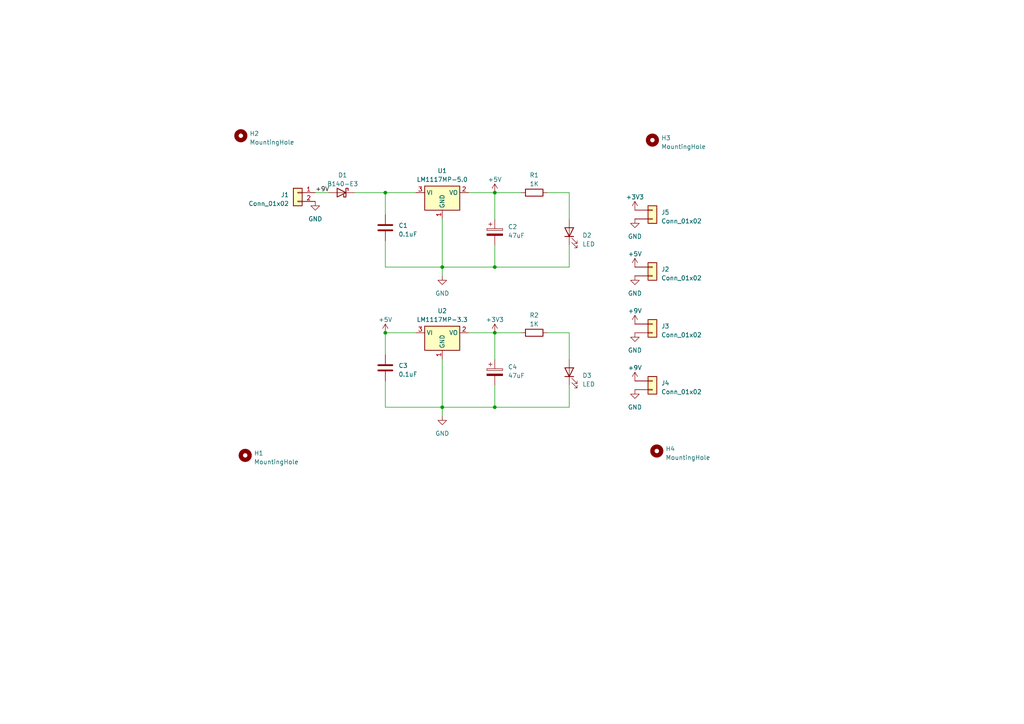
<source format=kicad_sch>
(kicad_sch (version 20230121) (generator eeschema)

  (uuid 11699586-9ef2-4ccd-bbdb-81ca67adefbf)

  (paper "A4")

  (lib_symbols
    (symbol "Conn_01x02_1" (pin_numbers hide) (pin_names (offset 1.016) hide) (in_bom yes) (on_board yes)
      (property "Reference" "J" (at 0 2.54 0)
        (effects (font (size 1.27 1.27)))
      )
      (property "Value" "Conn_01x02" (at 0 -5.08 0)
        (effects (font (size 1.27 1.27)))
      )
      (property "Footprint" "" (at 0 0 0)
        (effects (font (size 1.27 1.27)) hide)
      )
      (property "Datasheet" "~" (at 0 0 0)
        (effects (font (size 1.27 1.27)) hide)
      )
      (property "ki_keywords" "connector" (at 0 0 0)
        (effects (font (size 1.27 1.27)) hide)
      )
      (property "ki_description" "Generic connector, single row, 01x02, script generated (kicad-library-utils/schlib/autogen/connector/)" (at 0 0 0)
        (effects (font (size 1.27 1.27)) hide)
      )
      (property "ki_fp_filters" "Connector*:*_1x??_*" (at 0 0 0)
        (effects (font (size 1.27 1.27)) hide)
      )
      (symbol "Conn_01x02_1_1_1"
        (rectangle (start -1.27 -2.413) (end 0 -2.667)
          (stroke (width 0.1524) (type default))
          (fill (type none))
        )
        (rectangle (start -1.27 0.127) (end 0 -0.127)
          (stroke (width 0.1524) (type default))
          (fill (type none))
        )
        (rectangle (start -1.27 1.27) (end 1.27 -3.81)
          (stroke (width 0.254) (type default))
          (fill (type background))
        )
        (pin passive line (at -5.08 0 0) (length 3.81)
          (name "Pin_1" (effects (font (size 1.27 1.27))))
          (number "1" (effects (font (size 1.27 1.27))))
        )
        (pin passive line (at -5.08 -2.54 0) (length 3.81)
          (name "Pin_2" (effects (font (size 1.27 1.27))))
          (number "2" (effects (font (size 1.27 1.27))))
        )
      )
    )
    (symbol "Conn_01x02_2" (pin_numbers hide) (pin_names (offset 1.016) hide) (in_bom yes) (on_board yes)
      (property "Reference" "J" (at 0 2.54 0)
        (effects (font (size 1.27 1.27)))
      )
      (property "Value" "Conn_01x02" (at 0 -5.08 0)
        (effects (font (size 1.27 1.27)))
      )
      (property "Footprint" "" (at 0 0 0)
        (effects (font (size 1.27 1.27)) hide)
      )
      (property "Datasheet" "~" (at 0 0 0)
        (effects (font (size 1.27 1.27)) hide)
      )
      (property "ki_keywords" "connector" (at 0 0 0)
        (effects (font (size 1.27 1.27)) hide)
      )
      (property "ki_description" "Generic connector, single row, 01x02, script generated (kicad-library-utils/schlib/autogen/connector/)" (at 0 0 0)
        (effects (font (size 1.27 1.27)) hide)
      )
      (property "ki_fp_filters" "Connector*:*_1x??_*" (at 0 0 0)
        (effects (font (size 1.27 1.27)) hide)
      )
      (symbol "Conn_01x02_2_1_1"
        (rectangle (start -1.27 -2.413) (end 0 -2.667)
          (stroke (width 0.1524) (type default))
          (fill (type none))
        )
        (rectangle (start -1.27 0.127) (end 0 -0.127)
          (stroke (width 0.1524) (type default))
          (fill (type none))
        )
        (rectangle (start -1.27 1.27) (end 1.27 -3.81)
          (stroke (width 0.254) (type default))
          (fill (type background))
        )
        (pin passive line (at -5.08 0 0) (length 3.81)
          (name "Pin_1" (effects (font (size 1.27 1.27))))
          (number "1" (effects (font (size 1.27 1.27))))
        )
        (pin passive line (at -5.08 -2.54 0) (length 3.81)
          (name "Pin_2" (effects (font (size 1.27 1.27))))
          (number "2" (effects (font (size 1.27 1.27))))
        )
      )
    )
    (symbol "Connector_Generic:Conn_01x02" (pin_names (offset 1.016) hide) (in_bom yes) (on_board yes)
      (property "Reference" "J" (at 0 2.54 0)
        (effects (font (size 1.27 1.27)))
      )
      (property "Value" "Conn_01x02" (at 0 -5.08 0)
        (effects (font (size 1.27 1.27)))
      )
      (property "Footprint" "" (at 0 0 0)
        (effects (font (size 1.27 1.27)) hide)
      )
      (property "Datasheet" "~" (at 0 0 0)
        (effects (font (size 1.27 1.27)) hide)
      )
      (property "ki_keywords" "connector" (at 0 0 0)
        (effects (font (size 1.27 1.27)) hide)
      )
      (property "ki_description" "Generic connector, single row, 01x02, script generated (kicad-library-utils/schlib/autogen/connector/)" (at 0 0 0)
        (effects (font (size 1.27 1.27)) hide)
      )
      (property "ki_fp_filters" "Connector*:*_1x??_*" (at 0 0 0)
        (effects (font (size 1.27 1.27)) hide)
      )
      (symbol "Conn_01x02_1_1"
        (rectangle (start -1.27 -2.413) (end 0 -2.667)
          (stroke (width 0.1524) (type default))
          (fill (type none))
        )
        (rectangle (start -1.27 0.127) (end 0 -0.127)
          (stroke (width 0.1524) (type default))
          (fill (type none))
        )
        (rectangle (start -1.27 1.27) (end 1.27 -3.81)
          (stroke (width 0.254) (type default))
          (fill (type background))
        )
        (pin passive line (at -5.08 0 0) (length 3.81)
          (name "Pin_1" (effects (font (size 1.27 1.27))))
          (number "1" (effects (font (size 1.27 1.27))))
        )
        (pin passive line (at -5.08 -2.54 0) (length 3.81)
          (name "Pin_2" (effects (font (size 1.27 1.27))))
          (number "2" (effects (font (size 1.27 1.27))))
        )
      )
    )
    (symbol "Device:C" (pin_numbers hide) (pin_names (offset 0.254)) (in_bom yes) (on_board yes)
      (property "Reference" "C" (at 0.635 2.54 0)
        (effects (font (size 1.27 1.27)) (justify left))
      )
      (property "Value" "C" (at 0.635 -2.54 0)
        (effects (font (size 1.27 1.27)) (justify left))
      )
      (property "Footprint" "" (at 0.9652 -3.81 0)
        (effects (font (size 1.27 1.27)) hide)
      )
      (property "Datasheet" "~" (at 0 0 0)
        (effects (font (size 1.27 1.27)) hide)
      )
      (property "ki_keywords" "cap capacitor" (at 0 0 0)
        (effects (font (size 1.27 1.27)) hide)
      )
      (property "ki_description" "Unpolarized capacitor" (at 0 0 0)
        (effects (font (size 1.27 1.27)) hide)
      )
      (property "ki_fp_filters" "C_*" (at 0 0 0)
        (effects (font (size 1.27 1.27)) hide)
      )
      (symbol "C_0_1"
        (polyline
          (pts
            (xy -2.032 -0.762)
            (xy 2.032 -0.762)
          )
          (stroke (width 0.508) (type default))
          (fill (type none))
        )
        (polyline
          (pts
            (xy -2.032 0.762)
            (xy 2.032 0.762)
          )
          (stroke (width 0.508) (type default))
          (fill (type none))
        )
      )
      (symbol "C_1_1"
        (pin passive line (at 0 3.81 270) (length 2.794)
          (name "~" (effects (font (size 1.27 1.27))))
          (number "1" (effects (font (size 1.27 1.27))))
        )
        (pin passive line (at 0 -3.81 90) (length 2.794)
          (name "~" (effects (font (size 1.27 1.27))))
          (number "2" (effects (font (size 1.27 1.27))))
        )
      )
    )
    (symbol "Device:C_Polarized" (pin_numbers hide) (pin_names (offset 0.254)) (in_bom yes) (on_board yes)
      (property "Reference" "C" (at 0.635 2.54 0)
        (effects (font (size 1.27 1.27)) (justify left))
      )
      (property "Value" "C_Polarized" (at 0.635 -2.54 0)
        (effects (font (size 1.27 1.27)) (justify left))
      )
      (property "Footprint" "" (at 0.9652 -3.81 0)
        (effects (font (size 1.27 1.27)) hide)
      )
      (property "Datasheet" "~" (at 0 0 0)
        (effects (font (size 1.27 1.27)) hide)
      )
      (property "ki_keywords" "cap capacitor" (at 0 0 0)
        (effects (font (size 1.27 1.27)) hide)
      )
      (property "ki_description" "Polarized capacitor" (at 0 0 0)
        (effects (font (size 1.27 1.27)) hide)
      )
      (property "ki_fp_filters" "CP_*" (at 0 0 0)
        (effects (font (size 1.27 1.27)) hide)
      )
      (symbol "C_Polarized_0_1"
        (rectangle (start -2.286 0.508) (end 2.286 1.016)
          (stroke (width 0) (type default))
          (fill (type none))
        )
        (polyline
          (pts
            (xy -1.778 2.286)
            (xy -0.762 2.286)
          )
          (stroke (width 0) (type default))
          (fill (type none))
        )
        (polyline
          (pts
            (xy -1.27 2.794)
            (xy -1.27 1.778)
          )
          (stroke (width 0) (type default))
          (fill (type none))
        )
        (rectangle (start 2.286 -0.508) (end -2.286 -1.016)
          (stroke (width 0) (type default))
          (fill (type outline))
        )
      )
      (symbol "C_Polarized_1_1"
        (pin passive line (at 0 3.81 270) (length 2.794)
          (name "~" (effects (font (size 1.27 1.27))))
          (number "1" (effects (font (size 1.27 1.27))))
        )
        (pin passive line (at 0 -3.81 90) (length 2.794)
          (name "~" (effects (font (size 1.27 1.27))))
          (number "2" (effects (font (size 1.27 1.27))))
        )
      )
    )
    (symbol "Device:LED" (pin_numbers hide) (pin_names (offset 1.016) hide) (in_bom yes) (on_board yes)
      (property "Reference" "D" (at 0 2.54 0)
        (effects (font (size 1.27 1.27)))
      )
      (property "Value" "LED" (at 0 -2.54 0)
        (effects (font (size 1.27 1.27)))
      )
      (property "Footprint" "" (at 0 0 0)
        (effects (font (size 1.27 1.27)) hide)
      )
      (property "Datasheet" "~" (at 0 0 0)
        (effects (font (size 1.27 1.27)) hide)
      )
      (property "ki_keywords" "LED diode" (at 0 0 0)
        (effects (font (size 1.27 1.27)) hide)
      )
      (property "ki_description" "Light emitting diode" (at 0 0 0)
        (effects (font (size 1.27 1.27)) hide)
      )
      (property "ki_fp_filters" "LED* LED_SMD:* LED_THT:*" (at 0 0 0)
        (effects (font (size 1.27 1.27)) hide)
      )
      (symbol "LED_0_1"
        (polyline
          (pts
            (xy -1.27 -1.27)
            (xy -1.27 1.27)
          )
          (stroke (width 0.254) (type default))
          (fill (type none))
        )
        (polyline
          (pts
            (xy -1.27 0)
            (xy 1.27 0)
          )
          (stroke (width 0) (type default))
          (fill (type none))
        )
        (polyline
          (pts
            (xy 1.27 -1.27)
            (xy 1.27 1.27)
            (xy -1.27 0)
            (xy 1.27 -1.27)
          )
          (stroke (width 0.254) (type default))
          (fill (type none))
        )
        (polyline
          (pts
            (xy -3.048 -0.762)
            (xy -4.572 -2.286)
            (xy -3.81 -2.286)
            (xy -4.572 -2.286)
            (xy -4.572 -1.524)
          )
          (stroke (width 0) (type default))
          (fill (type none))
        )
        (polyline
          (pts
            (xy -1.778 -0.762)
            (xy -3.302 -2.286)
            (xy -2.54 -2.286)
            (xy -3.302 -2.286)
            (xy -3.302 -1.524)
          )
          (stroke (width 0) (type default))
          (fill (type none))
        )
      )
      (symbol "LED_1_1"
        (pin passive line (at -3.81 0 0) (length 2.54)
          (name "K" (effects (font (size 1.27 1.27))))
          (number "1" (effects (font (size 1.27 1.27))))
        )
        (pin passive line (at 3.81 0 180) (length 2.54)
          (name "A" (effects (font (size 1.27 1.27))))
          (number "2" (effects (font (size 1.27 1.27))))
        )
      )
    )
    (symbol "Device:R" (pin_numbers hide) (pin_names (offset 0)) (in_bom yes) (on_board yes)
      (property "Reference" "R" (at 2.032 0 90)
        (effects (font (size 1.27 1.27)))
      )
      (property "Value" "R" (at 0 0 90)
        (effects (font (size 1.27 1.27)))
      )
      (property "Footprint" "" (at -1.778 0 90)
        (effects (font (size 1.27 1.27)) hide)
      )
      (property "Datasheet" "~" (at 0 0 0)
        (effects (font (size 1.27 1.27)) hide)
      )
      (property "ki_keywords" "R res resistor" (at 0 0 0)
        (effects (font (size 1.27 1.27)) hide)
      )
      (property "ki_description" "Resistor" (at 0 0 0)
        (effects (font (size 1.27 1.27)) hide)
      )
      (property "ki_fp_filters" "R_*" (at 0 0 0)
        (effects (font (size 1.27 1.27)) hide)
      )
      (symbol "R_0_1"
        (rectangle (start -1.016 -2.54) (end 1.016 2.54)
          (stroke (width 0.254) (type default))
          (fill (type none))
        )
      )
      (symbol "R_1_1"
        (pin passive line (at 0 3.81 270) (length 1.27)
          (name "~" (effects (font (size 1.27 1.27))))
          (number "1" (effects (font (size 1.27 1.27))))
        )
        (pin passive line (at 0 -3.81 90) (length 1.27)
          (name "~" (effects (font (size 1.27 1.27))))
          (number "2" (effects (font (size 1.27 1.27))))
        )
      )
    )
    (symbol "Diode:B140-E3" (pin_numbers hide) (pin_names hide) (in_bom yes) (on_board yes)
      (property "Reference" "D" (at 0 2.54 0)
        (effects (font (size 1.27 1.27)))
      )
      (property "Value" "B140-E3" (at 0 -2.54 0)
        (effects (font (size 1.27 1.27)))
      )
      (property "Footprint" "Diode_SMD:D_SMA" (at 0 -4.445 0)
        (effects (font (size 1.27 1.27)) hide)
      )
      (property "Datasheet" "http://www.vishay.com/docs/88946/b120.pdf" (at 0 0 0)
        (effects (font (size 1.27 1.27)) hide)
      )
      (property "ki_keywords" "diode Schottky" (at 0 0 0)
        (effects (font (size 1.27 1.27)) hide)
      )
      (property "ki_description" "40V 1A Schottky Barrier Rectifier Diode, SMA(DO-214AC)" (at 0 0 0)
        (effects (font (size 1.27 1.27)) hide)
      )
      (property "ki_fp_filters" "D*SMA*" (at 0 0 0)
        (effects (font (size 1.27 1.27)) hide)
      )
      (symbol "B140-E3_0_1"
        (polyline
          (pts
            (xy 1.27 0)
            (xy -1.27 0)
          )
          (stroke (width 0) (type default))
          (fill (type none))
        )
        (polyline
          (pts
            (xy 1.27 1.27)
            (xy 1.27 -1.27)
            (xy -1.27 0)
            (xy 1.27 1.27)
          )
          (stroke (width 0.254) (type default))
          (fill (type none))
        )
        (polyline
          (pts
            (xy -1.905 0.635)
            (xy -1.905 1.27)
            (xy -1.27 1.27)
            (xy -1.27 -1.27)
            (xy -0.635 -1.27)
            (xy -0.635 -0.635)
          )
          (stroke (width 0.254) (type default))
          (fill (type none))
        )
      )
      (symbol "B140-E3_1_1"
        (pin passive line (at -3.81 0 0) (length 2.54)
          (name "K" (effects (font (size 1.27 1.27))))
          (number "1" (effects (font (size 1.27 1.27))))
        )
        (pin passive line (at 3.81 0 180) (length 2.54)
          (name "A" (effects (font (size 1.27 1.27))))
          (number "2" (effects (font (size 1.27 1.27))))
        )
      )
    )
    (symbol "Mechanical:MountingHole" (pin_names (offset 1.016)) (in_bom yes) (on_board yes)
      (property "Reference" "H" (at 0 5.08 0)
        (effects (font (size 1.27 1.27)))
      )
      (property "Value" "MountingHole" (at 0 3.175 0)
        (effects (font (size 1.27 1.27)))
      )
      (property "Footprint" "" (at 0 0 0)
        (effects (font (size 1.27 1.27)) hide)
      )
      (property "Datasheet" "~" (at 0 0 0)
        (effects (font (size 1.27 1.27)) hide)
      )
      (property "ki_keywords" "mounting hole" (at 0 0 0)
        (effects (font (size 1.27 1.27)) hide)
      )
      (property "ki_description" "Mounting Hole without connection" (at 0 0 0)
        (effects (font (size 1.27 1.27)) hide)
      )
      (property "ki_fp_filters" "MountingHole*" (at 0 0 0)
        (effects (font (size 1.27 1.27)) hide)
      )
      (symbol "MountingHole_0_1"
        (circle (center 0 0) (radius 1.27)
          (stroke (width 1.27) (type default))
          (fill (type none))
        )
      )
    )
    (symbol "Regulator_Linear:LM1117MP-3.3" (in_bom yes) (on_board yes)
      (property "Reference" "U" (at -3.81 3.175 0)
        (effects (font (size 1.27 1.27)))
      )
      (property "Value" "LM1117MP-3.3" (at 0 3.175 0)
        (effects (font (size 1.27 1.27)) (justify left))
      )
      (property "Footprint" "Package_TO_SOT_SMD:SOT-223-3_TabPin2" (at 0 0 0)
        (effects (font (size 1.27 1.27)) hide)
      )
      (property "Datasheet" "http://www.ti.com/lit/ds/symlink/lm1117.pdf" (at 0 0 0)
        (effects (font (size 1.27 1.27)) hide)
      )
      (property "ki_keywords" "linear regulator ldo fixed positive" (at 0 0 0)
        (effects (font (size 1.27 1.27)) hide)
      )
      (property "ki_description" "800mA Low-Dropout Linear Regulator, 3.3V fixed output, SOT-223" (at 0 0 0)
        (effects (font (size 1.27 1.27)) hide)
      )
      (property "ki_fp_filters" "SOT?223*" (at 0 0 0)
        (effects (font (size 1.27 1.27)) hide)
      )
      (symbol "LM1117MP-3.3_0_1"
        (rectangle (start -5.08 -5.08) (end 5.08 1.905)
          (stroke (width 0.254) (type default))
          (fill (type background))
        )
      )
      (symbol "LM1117MP-3.3_1_1"
        (pin power_in line (at 0 -7.62 90) (length 2.54)
          (name "GND" (effects (font (size 1.27 1.27))))
          (number "1" (effects (font (size 1.27 1.27))))
        )
        (pin power_out line (at 7.62 0 180) (length 2.54)
          (name "VO" (effects (font (size 1.27 1.27))))
          (number "2" (effects (font (size 1.27 1.27))))
        )
        (pin power_in line (at -7.62 0 0) (length 2.54)
          (name "VI" (effects (font (size 1.27 1.27))))
          (number "3" (effects (font (size 1.27 1.27))))
        )
      )
    )
    (symbol "Regulator_Linear:LM1117MP-5.0" (in_bom yes) (on_board yes)
      (property "Reference" "U" (at -3.81 3.175 0)
        (effects (font (size 1.27 1.27)))
      )
      (property "Value" "LM1117MP-5.0" (at 0 3.175 0)
        (effects (font (size 1.27 1.27)) (justify left))
      )
      (property "Footprint" "Package_TO_SOT_SMD:SOT-223-3_TabPin2" (at 0 0 0)
        (effects (font (size 1.27 1.27)) hide)
      )
      (property "Datasheet" "http://www.ti.com/lit/ds/symlink/lm1117.pdf" (at 0 0 0)
        (effects (font (size 1.27 1.27)) hide)
      )
      (property "ki_keywords" "linear regulator ldo fixed positive" (at 0 0 0)
        (effects (font (size 1.27 1.27)) hide)
      )
      (property "ki_description" "800mA Low-Dropout Linear Regulator, 5.0V fixed output, SOT-223" (at 0 0 0)
        (effects (font (size 1.27 1.27)) hide)
      )
      (property "ki_fp_filters" "SOT?223*" (at 0 0 0)
        (effects (font (size 1.27 1.27)) hide)
      )
      (symbol "LM1117MP-5.0_0_1"
        (rectangle (start -5.08 -5.08) (end 5.08 1.905)
          (stroke (width 0.254) (type default))
          (fill (type background))
        )
      )
      (symbol "LM1117MP-5.0_1_1"
        (pin power_in line (at 0 -7.62 90) (length 2.54)
          (name "GND" (effects (font (size 1.27 1.27))))
          (number "1" (effects (font (size 1.27 1.27))))
        )
        (pin power_out line (at 7.62 0 180) (length 2.54)
          (name "VO" (effects (font (size 1.27 1.27))))
          (number "2" (effects (font (size 1.27 1.27))))
        )
        (pin power_in line (at -7.62 0 0) (length 2.54)
          (name "VI" (effects (font (size 1.27 1.27))))
          (number "3" (effects (font (size 1.27 1.27))))
        )
      )
    )
    (symbol "power:+3V3" (power) (pin_names (offset 0)) (in_bom yes) (on_board yes)
      (property "Reference" "#PWR" (at 0 -3.81 0)
        (effects (font (size 1.27 1.27)) hide)
      )
      (property "Value" "+3V3" (at 0 3.556 0)
        (effects (font (size 1.27 1.27)))
      )
      (property "Footprint" "" (at 0 0 0)
        (effects (font (size 1.27 1.27)) hide)
      )
      (property "Datasheet" "" (at 0 0 0)
        (effects (font (size 1.27 1.27)) hide)
      )
      (property "ki_keywords" "global power" (at 0 0 0)
        (effects (font (size 1.27 1.27)) hide)
      )
      (property "ki_description" "Power symbol creates a global label with name \"+3V3\"" (at 0 0 0)
        (effects (font (size 1.27 1.27)) hide)
      )
      (symbol "+3V3_0_1"
        (polyline
          (pts
            (xy -0.762 1.27)
            (xy 0 2.54)
          )
          (stroke (width 0) (type default))
          (fill (type none))
        )
        (polyline
          (pts
            (xy 0 0)
            (xy 0 2.54)
          )
          (stroke (width 0) (type default))
          (fill (type none))
        )
        (polyline
          (pts
            (xy 0 2.54)
            (xy 0.762 1.27)
          )
          (stroke (width 0) (type default))
          (fill (type none))
        )
      )
      (symbol "+3V3_1_1"
        (pin power_in line (at 0 0 90) (length 0) hide
          (name "+3V3" (effects (font (size 1.27 1.27))))
          (number "1" (effects (font (size 1.27 1.27))))
        )
      )
    )
    (symbol "power:+5V" (power) (pin_names (offset 0)) (in_bom yes) (on_board yes)
      (property "Reference" "#PWR" (at 0 -3.81 0)
        (effects (font (size 1.27 1.27)) hide)
      )
      (property "Value" "+5V" (at 0 3.556 0)
        (effects (font (size 1.27 1.27)))
      )
      (property "Footprint" "" (at 0 0 0)
        (effects (font (size 1.27 1.27)) hide)
      )
      (property "Datasheet" "" (at 0 0 0)
        (effects (font (size 1.27 1.27)) hide)
      )
      (property "ki_keywords" "global power" (at 0 0 0)
        (effects (font (size 1.27 1.27)) hide)
      )
      (property "ki_description" "Power symbol creates a global label with name \"+5V\"" (at 0 0 0)
        (effects (font (size 1.27 1.27)) hide)
      )
      (symbol "+5V_0_1"
        (polyline
          (pts
            (xy -0.762 1.27)
            (xy 0 2.54)
          )
          (stroke (width 0) (type default))
          (fill (type none))
        )
        (polyline
          (pts
            (xy 0 0)
            (xy 0 2.54)
          )
          (stroke (width 0) (type default))
          (fill (type none))
        )
        (polyline
          (pts
            (xy 0 2.54)
            (xy 0.762 1.27)
          )
          (stroke (width 0) (type default))
          (fill (type none))
        )
      )
      (symbol "+5V_1_1"
        (pin power_in line (at 0 0 90) (length 0) hide
          (name "+5V" (effects (font (size 1.27 1.27))))
          (number "1" (effects (font (size 1.27 1.27))))
        )
      )
    )
    (symbol "power:+9V" (power) (pin_names (offset 0)) (in_bom yes) (on_board yes)
      (property "Reference" "#PWR" (at 0 -3.81 0)
        (effects (font (size 1.27 1.27)) hide)
      )
      (property "Value" "+9V" (at 0 3.556 0)
        (effects (font (size 1.27 1.27)))
      )
      (property "Footprint" "" (at 0 0 0)
        (effects (font (size 1.27 1.27)) hide)
      )
      (property "Datasheet" "" (at 0 0 0)
        (effects (font (size 1.27 1.27)) hide)
      )
      (property "ki_keywords" "global power" (at 0 0 0)
        (effects (font (size 1.27 1.27)) hide)
      )
      (property "ki_description" "Power symbol creates a global label with name \"+9V\"" (at 0 0 0)
        (effects (font (size 1.27 1.27)) hide)
      )
      (symbol "+9V_0_1"
        (polyline
          (pts
            (xy -0.762 1.27)
            (xy 0 2.54)
          )
          (stroke (width 0) (type default))
          (fill (type none))
        )
        (polyline
          (pts
            (xy 0 0)
            (xy 0 2.54)
          )
          (stroke (width 0) (type default))
          (fill (type none))
        )
        (polyline
          (pts
            (xy 0 2.54)
            (xy 0.762 1.27)
          )
          (stroke (width 0) (type default))
          (fill (type none))
        )
      )
      (symbol "+9V_1_1"
        (pin power_in line (at 0 0 90) (length 0) hide
          (name "+9V" (effects (font (size 1.27 1.27))))
          (number "1" (effects (font (size 1.27 1.27))))
        )
      )
    )
    (symbol "power:GND" (power) (pin_names (offset 0)) (in_bom yes) (on_board yes)
      (property "Reference" "#PWR" (at 0 -6.35 0)
        (effects (font (size 1.27 1.27)) hide)
      )
      (property "Value" "GND" (at 0 -3.81 0)
        (effects (font (size 1.27 1.27)))
      )
      (property "Footprint" "" (at 0 0 0)
        (effects (font (size 1.27 1.27)) hide)
      )
      (property "Datasheet" "" (at 0 0 0)
        (effects (font (size 1.27 1.27)) hide)
      )
      (property "ki_keywords" "global power" (at 0 0 0)
        (effects (font (size 1.27 1.27)) hide)
      )
      (property "ki_description" "Power symbol creates a global label with name \"GND\" , ground" (at 0 0 0)
        (effects (font (size 1.27 1.27)) hide)
      )
      (symbol "GND_0_1"
        (polyline
          (pts
            (xy 0 0)
            (xy 0 -1.27)
            (xy 1.27 -1.27)
            (xy 0 -2.54)
            (xy -1.27 -1.27)
            (xy 0 -1.27)
          )
          (stroke (width 0) (type default))
          (fill (type none))
        )
      )
      (symbol "GND_1_1"
        (pin power_in line (at 0 0 270) (length 0) hide
          (name "GND" (effects (font (size 1.27 1.27))))
          (number "1" (effects (font (size 1.27 1.27))))
        )
      )
    )
  )


  (junction (at 111.76 96.52) (diameter 0) (color 0 0 0 0)
    (uuid 05cb6ca9-e0b3-4882-8d02-d18ed59c38ac)
  )
  (junction (at 111.76 55.88) (diameter 0) (color 0 0 0 0)
    (uuid 21499f83-9fbb-4294-9aa9-4ee116b8df4e)
  )
  (junction (at 143.51 77.47) (diameter 0) (color 0 0 0 0)
    (uuid 454071d6-30ad-468b-9022-d005f46c4460)
  )
  (junction (at 143.51 96.52) (diameter 0) (color 0 0 0 0)
    (uuid 46d33028-ef65-4f83-a6fa-5eae3f3c9207)
  )
  (junction (at 128.27 77.47) (diameter 0) (color 0 0 0 0)
    (uuid 96dcb05e-559d-4525-90ba-c5e503775d8a)
  )
  (junction (at 143.51 55.88) (diameter 0) (color 0 0 0 0)
    (uuid abaca93d-1cff-40d3-99ac-747e382dcf2b)
  )
  (junction (at 128.27 118.11) (diameter 0) (color 0 0 0 0)
    (uuid c665bd5f-dc30-40d4-ae80-00a8c0b4b22e)
  )
  (junction (at 143.51 118.11) (diameter 0) (color 0 0 0 0)
    (uuid ecd8834a-76fc-4a49-9e83-fd8721ac5e9a)
  )

  (wire (pts (xy 135.89 55.88) (xy 143.51 55.88))
    (stroke (width 0) (type default))
    (uuid 14d5f945-2dcd-4183-9eec-03d519940a17)
  )
  (wire (pts (xy 143.51 55.88) (xy 143.51 63.5))
    (stroke (width 0) (type default))
    (uuid 1612a1dd-0071-49ee-bcd5-f5b5a533d423)
  )
  (wire (pts (xy 128.27 63.5) (xy 128.27 77.47))
    (stroke (width 0) (type default))
    (uuid 1a216fe1-6cfd-4abf-a8dd-7b0ab5f1b8a9)
  )
  (wire (pts (xy 111.76 69.85) (xy 111.76 77.47))
    (stroke (width 0) (type default))
    (uuid 2b1fc8b5-4531-4c49-9484-40134acde778)
  )
  (wire (pts (xy 135.89 96.52) (xy 143.51 96.52))
    (stroke (width 0) (type default))
    (uuid 308539a3-5f26-4e00-96f3-4f23c51774e2)
  )
  (wire (pts (xy 158.75 55.88) (xy 165.1 55.88))
    (stroke (width 0) (type default))
    (uuid 3b1b7ad7-0de3-441c-ae70-49fce81d476f)
  )
  (wire (pts (xy 143.51 96.52) (xy 151.13 96.52))
    (stroke (width 0) (type default))
    (uuid 3ccc6a68-c48f-48c7-9f80-601f6d9212d4)
  )
  (wire (pts (xy 143.51 55.88) (xy 151.13 55.88))
    (stroke (width 0) (type default))
    (uuid 3d671352-e1de-49bc-ba5e-5e3b7b4d1257)
  )
  (wire (pts (xy 143.51 118.11) (xy 128.27 118.11))
    (stroke (width 0) (type default))
    (uuid 436cd101-1844-4e94-86da-dab33e1f45d3)
  )
  (wire (pts (xy 128.27 104.14) (xy 128.27 118.11))
    (stroke (width 0) (type default))
    (uuid 4761bdf6-09e5-4854-8c12-e8f8de8141d2)
  )
  (wire (pts (xy 111.76 96.52) (xy 120.65 96.52))
    (stroke (width 0) (type default))
    (uuid 485dbdc5-65bd-4a27-8b52-c64e017d27ed)
  )
  (wire (pts (xy 165.1 118.11) (xy 143.51 118.11))
    (stroke (width 0) (type default))
    (uuid 4bd733a6-19bb-4cae-8bb8-b47c123070ca)
  )
  (wire (pts (xy 143.51 77.47) (xy 128.27 77.47))
    (stroke (width 0) (type default))
    (uuid 51294056-cb22-458c-981d-909510d02cb2)
  )
  (wire (pts (xy 165.1 55.88) (xy 165.1 63.5))
    (stroke (width 0) (type default))
    (uuid 566575b3-eede-4453-a1bb-8424839a4e67)
  )
  (wire (pts (xy 143.51 71.12) (xy 143.51 77.47))
    (stroke (width 0) (type default))
    (uuid 5a273f9a-1b9a-430f-bbb5-3de7572c8dae)
  )
  (wire (pts (xy 143.51 111.76) (xy 143.51 118.11))
    (stroke (width 0) (type default))
    (uuid 71517f66-b73a-4600-9464-f5b0576a0a9c)
  )
  (wire (pts (xy 158.75 96.52) (xy 165.1 96.52))
    (stroke (width 0) (type default))
    (uuid 785c2c7f-33a0-488e-a7d4-9a2ae6c9d826)
  )
  (wire (pts (xy 128.27 118.11) (xy 128.27 120.65))
    (stroke (width 0) (type default))
    (uuid 838fca79-747e-4689-b7a5-d26256ec2224)
  )
  (wire (pts (xy 165.1 77.47) (xy 143.51 77.47))
    (stroke (width 0) (type default))
    (uuid 969ab171-b9ff-40d1-8043-b3f102673997)
  )
  (wire (pts (xy 111.76 55.88) (xy 120.65 55.88))
    (stroke (width 0) (type default))
    (uuid a20f7947-e3d1-479c-bd57-f0b259b9f7b6)
  )
  (wire (pts (xy 128.27 77.47) (xy 128.27 80.01))
    (stroke (width 0) (type default))
    (uuid a28c457a-cdef-46d1-946f-af2949b83075)
  )
  (wire (pts (xy 102.87 55.88) (xy 111.76 55.88))
    (stroke (width 0) (type default))
    (uuid a5e5389e-9d93-429c-950c-c9e7cdac0bfb)
  )
  (wire (pts (xy 111.76 96.52) (xy 111.76 102.87))
    (stroke (width 0) (type default))
    (uuid ad05ae02-7c1c-4c77-bfa3-5f35f35b9159)
  )
  (wire (pts (xy 165.1 96.52) (xy 165.1 104.14))
    (stroke (width 0) (type default))
    (uuid aef8ee26-a5ea-45b8-ad37-ea4ddfaa8281)
  )
  (wire (pts (xy 111.76 55.88) (xy 111.76 62.23))
    (stroke (width 0) (type default))
    (uuid b3b84969-b004-45a3-97a2-b13270aa2d63)
  )
  (wire (pts (xy 165.1 111.76) (xy 165.1 118.11))
    (stroke (width 0) (type default))
    (uuid d24156e1-827c-4747-af61-c7e9d28fd3cf)
  )
  (wire (pts (xy 165.1 71.12) (xy 165.1 77.47))
    (stroke (width 0) (type default))
    (uuid d9fd48ee-f54b-439f-8f2c-4940bd04606b)
  )
  (wire (pts (xy 111.76 118.11) (xy 128.27 118.11))
    (stroke (width 0) (type default))
    (uuid dc29c4ac-d7ea-4dd3-81aa-9542a0fbe421)
  )
  (wire (pts (xy 111.76 77.47) (xy 128.27 77.47))
    (stroke (width 0) (type default))
    (uuid e38e9fb5-8841-49e7-9f44-437d689b1036)
  )
  (wire (pts (xy 111.76 110.49) (xy 111.76 118.11))
    (stroke (width 0) (type default))
    (uuid ed5fec1e-8f73-401e-aaac-be13f75a172d)
  )
  (wire (pts (xy 95.25 55.88) (xy 91.44 55.88))
    (stroke (width 0) (type default))
    (uuid fb28af08-78eb-4270-bc98-9aea8c377012)
  )
  (wire (pts (xy 143.51 96.52) (xy 143.51 104.14))
    (stroke (width 0) (type default))
    (uuid fff49124-0a4c-4774-ba80-9561dfa85f4e)
  )

  (label "+9V" (at 91.44 55.88 0) (fields_autoplaced)
    (effects (font (size 1.27 1.27)) (justify left bottom))
    (uuid 610c66be-f1ab-40c2-8fd2-ef43aa8a7955)
  )

  (symbol (lib_id "power:GND") (at 184.15 113.03 0) (unit 1)
    (in_bom yes) (on_board yes) (dnp no)
    (uuid 00e104de-c097-4f2a-9f2b-ff1c7a9b6cd9)
    (property "Reference" "#PWR012" (at 184.15 119.38 0)
      (effects (font (size 1.27 1.27)) hide)
    )
    (property "Value" "GND" (at 184.15 118.11 0)
      (effects (font (size 1.27 1.27)))
    )
    (property "Footprint" "" (at 184.15 113.03 0)
      (effects (font (size 1.27 1.27)) hide)
    )
    (property "Datasheet" "" (at 184.15 113.03 0)
      (effects (font (size 1.27 1.27)) hide)
    )
    (pin "1" (uuid 916620af-afab-4776-b52f-5731e75a7b41))
    (instances
      (project "power"
        (path "/11699586-9ef2-4ccd-bbdb-81ca67adefbf"
          (reference "#PWR012") (unit 1)
        )
      )
    )
  )

  (symbol (lib_id "power:+5V") (at 111.76 96.52 0) (unit 1)
    (in_bom yes) (on_board yes) (dnp no) (fields_autoplaced)
    (uuid 0d6c20c4-4790-4b51-bf21-b1a01fd2410c)
    (property "Reference" "#PWR06" (at 111.76 100.33 0)
      (effects (font (size 1.27 1.27)) hide)
    )
    (property "Value" "+5V" (at 111.76 92.71 0)
      (effects (font (size 1.27 1.27)))
    )
    (property "Footprint" "" (at 111.76 96.52 0)
      (effects (font (size 1.27 1.27)) hide)
    )
    (property "Datasheet" "" (at 111.76 96.52 0)
      (effects (font (size 1.27 1.27)) hide)
    )
    (pin "1" (uuid a7cce488-89ba-4f7d-b855-441b5f26b951))
    (instances
      (project "power"
        (path "/11699586-9ef2-4ccd-bbdb-81ca67adefbf"
          (reference "#PWR06") (unit 1)
        )
      )
    )
  )

  (symbol (lib_id "Mechanical:MountingHole") (at 190.5 130.81 0) (unit 1)
    (in_bom yes) (on_board yes) (dnp no) (fields_autoplaced)
    (uuid 0d9a9cc2-0b43-4bac-b6c8-07ab1b147c15)
    (property "Reference" "H4" (at 193.04 130.175 0)
      (effects (font (size 1.27 1.27)) (justify left))
    )
    (property "Value" "MountingHole" (at 193.04 132.715 0)
      (effects (font (size 1.27 1.27)) (justify left))
    )
    (property "Footprint" "MountingHole:MountingHole_3.2mm_M3" (at 190.5 130.81 0)
      (effects (font (size 1.27 1.27)) hide)
    )
    (property "Datasheet" "~" (at 190.5 130.81 0)
      (effects (font (size 1.27 1.27)) hide)
    )
    (instances
      (project "power"
        (path "/11699586-9ef2-4ccd-bbdb-81ca67adefbf"
          (reference "H4") (unit 1)
        )
      )
    )
  )

  (symbol (lib_id "power:GND") (at 128.27 80.01 0) (unit 1)
    (in_bom yes) (on_board yes) (dnp no) (fields_autoplaced)
    (uuid 1c3ffdc0-a4dd-4460-8509-0f751773aaaf)
    (property "Reference" "#PWR03" (at 128.27 86.36 0)
      (effects (font (size 1.27 1.27)) hide)
    )
    (property "Value" "GND" (at 128.27 85.09 0)
      (effects (font (size 1.27 1.27)))
    )
    (property "Footprint" "" (at 128.27 80.01 0)
      (effects (font (size 1.27 1.27)) hide)
    )
    (property "Datasheet" "" (at 128.27 80.01 0)
      (effects (font (size 1.27 1.27)) hide)
    )
    (pin "1" (uuid 92489b2c-3ae7-49b1-8a4d-ea345868f730))
    (instances
      (project "power"
        (path "/11699586-9ef2-4ccd-bbdb-81ca67adefbf"
          (reference "#PWR03") (unit 1)
        )
      )
    )
  )

  (symbol (lib_name "Conn_01x02_1") (lib_id "Connector_Generic:Conn_01x02") (at 189.23 60.96 0) (unit 1)
    (in_bom yes) (on_board yes) (dnp no)
    (uuid 213ebe5e-6eea-41fb-8c75-031946a1e239)
    (property "Reference" "J5" (at 191.77 61.595 0)
      (effects (font (size 1.27 1.27)) (justify left))
    )
    (property "Value" "Conn_01x02" (at 191.77 64.135 0)
      (effects (font (size 1.27 1.27)) (justify left))
    )
    (property "Footprint" "Connector_JST:JST_EH_B2B-EH-A_1x02_P2.50mm_Vertical" (at 189.23 60.96 0)
      (effects (font (size 1.27 1.27)) hide)
    )
    (property "Datasheet" "~" (at 189.23 60.96 0)
      (effects (font (size 1.27 1.27)) hide)
    )
    (pin "1" (uuid 4c362c3f-7448-4849-a096-22ae63658f5e))
    (pin "2" (uuid 2763f7c8-0b83-4068-b8f5-4ce3abf15eb8))
    (instances
      (project "power"
        (path "/11699586-9ef2-4ccd-bbdb-81ca67adefbf"
          (reference "J5") (unit 1)
        )
      )
    )
  )

  (symbol (lib_id "Regulator_Linear:LM1117MP-3.3") (at 128.27 96.52 0) (unit 1)
    (in_bom yes) (on_board yes) (dnp no) (fields_autoplaced)
    (uuid 2da8a627-aaec-4335-8d14-0f64305b8ac7)
    (property "Reference" "U2" (at 128.27 90.17 0)
      (effects (font (size 1.27 1.27)))
    )
    (property "Value" "LM1117MP-3.3" (at 128.27 92.71 0)
      (effects (font (size 1.27 1.27)))
    )
    (property "Footprint" "Package_TO_SOT_SMD:SOT-223-3_TabPin2" (at 128.27 96.52 0)
      (effects (font (size 1.27 1.27)) hide)
    )
    (property "Datasheet" "http://www.ti.com/lit/ds/symlink/lm1117.pdf" (at 128.27 96.52 0)
      (effects (font (size 1.27 1.27)) hide)
    )
    (pin "1" (uuid 46f34ac9-8ccb-4b35-8881-e90a337e34ec))
    (pin "2" (uuid 89f4ee7d-e63a-452a-bd92-ac487361c610))
    (pin "3" (uuid 4cb0c07b-76b1-4f9d-a386-ff37b25c8949))
    (instances
      (project "power"
        (path "/11699586-9ef2-4ccd-bbdb-81ca67adefbf"
          (reference "U2") (unit 1)
        )
      )
    )
  )

  (symbol (lib_id "power:GND") (at 128.27 120.65 0) (unit 1)
    (in_bom yes) (on_board yes) (dnp no) (fields_autoplaced)
    (uuid 39ec884b-398c-4337-a7a5-6816e038425a)
    (property "Reference" "#PWR04" (at 128.27 127 0)
      (effects (font (size 1.27 1.27)) hide)
    )
    (property "Value" "GND" (at 128.27 125.73 0)
      (effects (font (size 1.27 1.27)))
    )
    (property "Footprint" "" (at 128.27 120.65 0)
      (effects (font (size 1.27 1.27)) hide)
    )
    (property "Datasheet" "" (at 128.27 120.65 0)
      (effects (font (size 1.27 1.27)) hide)
    )
    (pin "1" (uuid ee7e3e12-67ff-4ada-8b48-234b70c3abd5))
    (instances
      (project "power"
        (path "/11699586-9ef2-4ccd-bbdb-81ca67adefbf"
          (reference "#PWR04") (unit 1)
        )
      )
    )
  )

  (symbol (lib_id "Device:LED") (at 165.1 67.31 90) (unit 1)
    (in_bom yes) (on_board yes) (dnp no) (fields_autoplaced)
    (uuid 45b5bbca-77dc-4e8f-a24a-bf587dc2dad6)
    (property "Reference" "D2" (at 168.91 68.2625 90)
      (effects (font (size 1.27 1.27)) (justify right))
    )
    (property "Value" "LED" (at 168.91 70.8025 90)
      (effects (font (size 1.27 1.27)) (justify right))
    )
    (property "Footprint" "LED_SMD:LED_0805_2012Metric_Pad1.15x1.40mm_HandSolder" (at 165.1 67.31 0)
      (effects (font (size 1.27 1.27)) hide)
    )
    (property "Datasheet" "~" (at 165.1 67.31 0)
      (effects (font (size 1.27 1.27)) hide)
    )
    (pin "1" (uuid 425705ff-eba5-4183-9b92-06689088736f))
    (pin "2" (uuid ab1f3856-e85b-492f-ad85-d864b4bf4545))
    (instances
      (project "power"
        (path "/11699586-9ef2-4ccd-bbdb-81ca67adefbf"
          (reference "D2") (unit 1)
        )
      )
    )
  )

  (symbol (lib_id "power:+3V3") (at 184.15 60.96 0) (unit 1)
    (in_bom yes) (on_board yes) (dnp no) (fields_autoplaced)
    (uuid 524b851d-04bf-4f82-8bd2-e9666d1c4804)
    (property "Reference" "#PWR015" (at 184.15 64.77 0)
      (effects (font (size 1.27 1.27)) hide)
    )
    (property "Value" "+3V3" (at 184.15 57.15 0)
      (effects (font (size 1.27 1.27)))
    )
    (property "Footprint" "" (at 184.15 60.96 0)
      (effects (font (size 1.27 1.27)) hide)
    )
    (property "Datasheet" "" (at 184.15 60.96 0)
      (effects (font (size 1.27 1.27)) hide)
    )
    (pin "1" (uuid 476590e8-cb4a-48d4-81a2-0903361211ee))
    (instances
      (project "power"
        (path "/11699586-9ef2-4ccd-bbdb-81ca67adefbf"
          (reference "#PWR015") (unit 1)
        )
      )
    )
  )

  (symbol (lib_id "Mechanical:MountingHole") (at 71.12 132.08 0) (unit 1)
    (in_bom yes) (on_board yes) (dnp no) (fields_autoplaced)
    (uuid 62263f5f-f222-43e5-b503-4a06f2ad5d47)
    (property "Reference" "H1" (at 73.66 131.445 0)
      (effects (font (size 1.27 1.27)) (justify left))
    )
    (property "Value" "MountingHole" (at 73.66 133.985 0)
      (effects (font (size 1.27 1.27)) (justify left))
    )
    (property "Footprint" "MountingHole:MountingHole_3.2mm_M3" (at 71.12 132.08 0)
      (effects (font (size 1.27 1.27)) hide)
    )
    (property "Datasheet" "~" (at 71.12 132.08 0)
      (effects (font (size 1.27 1.27)) hide)
    )
    (instances
      (project "power"
        (path "/11699586-9ef2-4ccd-bbdb-81ca67adefbf"
          (reference "H1") (unit 1)
        )
      )
    )
  )

  (symbol (lib_name "Conn_01x02_1") (lib_id "Connector_Generic:Conn_01x02") (at 189.23 77.47 0) (unit 1)
    (in_bom yes) (on_board yes) (dnp no)
    (uuid 6507a83e-b58a-415b-ac2a-2e6751b4f2cd)
    (property "Reference" "J2" (at 191.77 78.105 0)
      (effects (font (size 1.27 1.27)) (justify left))
    )
    (property "Value" "Conn_01x02" (at 191.77 80.645 0)
      (effects (font (size 1.27 1.27)) (justify left))
    )
    (property "Footprint" "Connector_JST:JST_EH_B2B-EH-A_1x02_P2.50mm_Vertical" (at 189.23 77.47 0)
      (effects (font (size 1.27 1.27)) hide)
    )
    (property "Datasheet" "~" (at 189.23 77.47 0)
      (effects (font (size 1.27 1.27)) hide)
    )
    (pin "1" (uuid 8f87dbbd-59e1-4b95-a60c-9238e8736b4b))
    (pin "2" (uuid 134dfcf3-bffc-44af-81ac-6bcfde18cfe2))
    (instances
      (project "power"
        (path "/11699586-9ef2-4ccd-bbdb-81ca67adefbf"
          (reference "J2") (unit 1)
        )
      )
    )
  )

  (symbol (lib_id "Device:LED") (at 165.1 107.95 90) (unit 1)
    (in_bom yes) (on_board yes) (dnp no) (fields_autoplaced)
    (uuid 6a43cec0-60bc-43eb-939e-3c961590dc3a)
    (property "Reference" "D3" (at 168.91 108.9025 90)
      (effects (font (size 1.27 1.27)) (justify right))
    )
    (property "Value" "LED" (at 168.91 111.4425 90)
      (effects (font (size 1.27 1.27)) (justify right))
    )
    (property "Footprint" "LED_SMD:LED_0805_2012Metric_Pad1.15x1.40mm_HandSolder" (at 165.1 107.95 0)
      (effects (font (size 1.27 1.27)) hide)
    )
    (property "Datasheet" "~" (at 165.1 107.95 0)
      (effects (font (size 1.27 1.27)) hide)
    )
    (pin "1" (uuid 94b690c8-fc68-4ab7-a5ff-cf7f886d6013))
    (pin "2" (uuid b3e888c6-fa2c-40e0-87d3-1960b5bad261))
    (instances
      (project "power"
        (path "/11699586-9ef2-4ccd-bbdb-81ca67adefbf"
          (reference "D3") (unit 1)
        )
      )
    )
  )

  (symbol (lib_id "Regulator_Linear:LM1117MP-5.0") (at 128.27 55.88 0) (unit 1)
    (in_bom yes) (on_board yes) (dnp no) (fields_autoplaced)
    (uuid 6c47235d-5ca1-4b8b-9250-1dc27b653f40)
    (property "Reference" "U1" (at 128.27 49.53 0)
      (effects (font (size 1.27 1.27)))
    )
    (property "Value" "LM1117MP-5.0" (at 128.27 52.07 0)
      (effects (font (size 1.27 1.27)))
    )
    (property "Footprint" "Package_TO_SOT_SMD:SOT-223-3_TabPin2" (at 128.27 55.88 0)
      (effects (font (size 1.27 1.27)) hide)
    )
    (property "Datasheet" "http://www.ti.com/lit/ds/symlink/lm1117.pdf" (at 128.27 55.88 0)
      (effects (font (size 1.27 1.27)) hide)
    )
    (pin "1" (uuid c6ede937-8cb0-40b2-8141-fa85043894fc))
    (pin "2" (uuid d5fc8a9a-0e32-435c-b8ab-92d8cf4b63fe))
    (pin "3" (uuid 11558ef3-50d3-4175-8fd4-513badf60ec6))
    (instances
      (project "power"
        (path "/11699586-9ef2-4ccd-bbdb-81ca67adefbf"
          (reference "U1") (unit 1)
        )
      )
    )
  )

  (symbol (lib_id "Diode:B140-E3") (at 99.06 55.88 0) (mirror y) (unit 1)
    (in_bom yes) (on_board yes) (dnp no)
    (uuid 6ec3d633-73aa-4ea5-a305-ebaa5f92a1f1)
    (property "Reference" "D1" (at 99.3775 50.8 0)
      (effects (font (size 1.27 1.27)))
    )
    (property "Value" "B140-E3" (at 99.3775 53.34 0)
      (effects (font (size 1.27 1.27)))
    )
    (property "Footprint" "Diode_SMD:D_3220_8050Metric_Pad2.65x5.15mm_HandSolder" (at 99.06 60.325 0)
      (effects (font (size 1.27 1.27)) hide)
    )
    (property "Datasheet" "http://www.vishay.com/docs/88946/b120.pdf" (at 99.06 55.88 0)
      (effects (font (size 1.27 1.27)) hide)
    )
    (pin "1" (uuid 80c4868c-dcfd-4ead-8890-f0677d139822))
    (pin "2" (uuid c4012074-4252-47cc-8a51-5bb9be4143be))
    (instances
      (project "power"
        (path "/11699586-9ef2-4ccd-bbdb-81ca67adefbf"
          (reference "D1") (unit 1)
        )
      )
    )
  )

  (symbol (lib_id "Device:R") (at 154.94 55.88 90) (unit 1)
    (in_bom yes) (on_board yes) (dnp no) (fields_autoplaced)
    (uuid 7376a68c-2dd0-4138-bdef-1ec06e887cef)
    (property "Reference" "R1" (at 154.94 50.8 90)
      (effects (font (size 1.27 1.27)))
    )
    (property "Value" "1K" (at 154.94 53.34 90)
      (effects (font (size 1.27 1.27)))
    )
    (property "Footprint" "Resistor_SMD:R_0805_2012Metric_Pad1.20x1.40mm_HandSolder" (at 154.94 57.658 90)
      (effects (font (size 1.27 1.27)) hide)
    )
    (property "Datasheet" "~" (at 154.94 55.88 0)
      (effects (font (size 1.27 1.27)) hide)
    )
    (pin "1" (uuid 194b3f78-4067-4142-b1f1-87d39e86247a))
    (pin "2" (uuid b5bae91b-bfb1-45ce-9547-82bea534ab58))
    (instances
      (project "power"
        (path "/11699586-9ef2-4ccd-bbdb-81ca67adefbf"
          (reference "R1") (unit 1)
        )
      )
    )
  )

  (symbol (lib_id "power:GND") (at 184.15 63.5 0) (unit 1)
    (in_bom yes) (on_board yes) (dnp no)
    (uuid 7862fbad-7dbb-4e7f-b2db-696eca89f7f5)
    (property "Reference" "#PWR014" (at 184.15 69.85 0)
      (effects (font (size 1.27 1.27)) hide)
    )
    (property "Value" "GND" (at 184.15 68.58 0)
      (effects (font (size 1.27 1.27)))
    )
    (property "Footprint" "" (at 184.15 63.5 0)
      (effects (font (size 1.27 1.27)) hide)
    )
    (property "Datasheet" "" (at 184.15 63.5 0)
      (effects (font (size 1.27 1.27)) hide)
    )
    (pin "1" (uuid fc422f2f-caab-4402-bd5f-8888a1ec880f))
    (instances
      (project "power"
        (path "/11699586-9ef2-4ccd-bbdb-81ca67adefbf"
          (reference "#PWR014") (unit 1)
        )
      )
    )
  )

  (symbol (lib_id "Device:C") (at 111.76 106.68 0) (unit 1)
    (in_bom yes) (on_board yes) (dnp no) (fields_autoplaced)
    (uuid 7c5bae0a-2f0c-4c16-8d08-12d0dcc073d7)
    (property "Reference" "C3" (at 115.57 106.045 0)
      (effects (font (size 1.27 1.27)) (justify left))
    )
    (property "Value" "0.1uF" (at 115.57 108.585 0)
      (effects (font (size 1.27 1.27)) (justify left))
    )
    (property "Footprint" "Capacitor_SMD:C_0805_2012Metric_Pad1.18x1.45mm_HandSolder" (at 112.7252 110.49 0)
      (effects (font (size 1.27 1.27)) hide)
    )
    (property "Datasheet" "~" (at 111.76 106.68 0)
      (effects (font (size 1.27 1.27)) hide)
    )
    (pin "1" (uuid 54fbb8c9-ea6c-4ee5-b037-f34da7409a61))
    (pin "2" (uuid 9c94eb79-3265-4914-a49d-48bf72461898))
    (instances
      (project "power"
        (path "/11699586-9ef2-4ccd-bbdb-81ca67adefbf"
          (reference "C3") (unit 1)
        )
      )
    )
  )

  (symbol (lib_id "Device:C") (at 111.76 66.04 0) (unit 1)
    (in_bom yes) (on_board yes) (dnp no) (fields_autoplaced)
    (uuid 7d940113-4974-4a8a-9236-c0956c2a17fa)
    (property "Reference" "C1" (at 115.57 65.405 0)
      (effects (font (size 1.27 1.27)) (justify left))
    )
    (property "Value" "0.1uF" (at 115.57 67.945 0)
      (effects (font (size 1.27 1.27)) (justify left))
    )
    (property "Footprint" "LED_SMD:LED_0805_2012Metric_Pad1.15x1.40mm_HandSolder" (at 112.7252 69.85 0)
      (effects (font (size 1.27 1.27)) hide)
    )
    (property "Datasheet" "~" (at 111.76 66.04 0)
      (effects (font (size 1.27 1.27)) hide)
    )
    (pin "1" (uuid 630de93e-c02c-4e59-90ec-f32bc7a8a4b9))
    (pin "2" (uuid 2c1adb30-d5b8-4972-a91e-d307da2b9700))
    (instances
      (project "power"
        (path "/11699586-9ef2-4ccd-bbdb-81ca67adefbf"
          (reference "C1") (unit 1)
        )
      )
    )
  )

  (symbol (lib_id "Device:R") (at 154.94 96.52 90) (unit 1)
    (in_bom yes) (on_board yes) (dnp no) (fields_autoplaced)
    (uuid 8a9fdc86-5174-4e3a-aff8-0d2b4cd386f5)
    (property "Reference" "R2" (at 154.94 91.44 90)
      (effects (font (size 1.27 1.27)))
    )
    (property "Value" "1K" (at 154.94 93.98 90)
      (effects (font (size 1.27 1.27)))
    )
    (property "Footprint" "Resistor_SMD:R_0805_2012Metric_Pad1.20x1.40mm_HandSolder" (at 154.94 98.298 90)
      (effects (font (size 1.27 1.27)) hide)
    )
    (property "Datasheet" "~" (at 154.94 96.52 0)
      (effects (font (size 1.27 1.27)) hide)
    )
    (pin "1" (uuid 352c6ce2-c28e-43b2-859a-5b1a9a0248b9))
    (pin "2" (uuid b148ebe2-cf5c-4037-a5b6-177dc101281d))
    (instances
      (project "power"
        (path "/11699586-9ef2-4ccd-bbdb-81ca67adefbf"
          (reference "R2") (unit 1)
        )
      )
    )
  )

  (symbol (lib_id "power:GND") (at 184.15 80.01 0) (unit 1)
    (in_bom yes) (on_board yes) (dnp no)
    (uuid 90361115-c9fc-4f82-9075-0aad5cfb4ca6)
    (property "Reference" "#PWR010" (at 184.15 86.36 0)
      (effects (font (size 1.27 1.27)) hide)
    )
    (property "Value" "GND" (at 184.15 85.09 0)
      (effects (font (size 1.27 1.27)))
    )
    (property "Footprint" "" (at 184.15 80.01 0)
      (effects (font (size 1.27 1.27)) hide)
    )
    (property "Datasheet" "" (at 184.15 80.01 0)
      (effects (font (size 1.27 1.27)) hide)
    )
    (pin "1" (uuid 9d0b8a4e-98de-4efb-9552-5380a48ddc00))
    (instances
      (project "power"
        (path "/11699586-9ef2-4ccd-bbdb-81ca67adefbf"
          (reference "#PWR010") (unit 1)
        )
      )
    )
  )

  (symbol (lib_id "Mechanical:MountingHole") (at 189.23 40.64 0) (unit 1)
    (in_bom yes) (on_board yes) (dnp no) (fields_autoplaced)
    (uuid 982a4958-5818-43e9-b018-a8dcab3b62ee)
    (property "Reference" "H3" (at 191.77 40.005 0)
      (effects (font (size 1.27 1.27)) (justify left))
    )
    (property "Value" "MountingHole" (at 191.77 42.545 0)
      (effects (font (size 1.27 1.27)) (justify left))
    )
    (property "Footprint" "MountingHole:MountingHole_3.2mm_M3" (at 189.23 40.64 0)
      (effects (font (size 1.27 1.27)) hide)
    )
    (property "Datasheet" "~" (at 189.23 40.64 0)
      (effects (font (size 1.27 1.27)) hide)
    )
    (instances
      (project "power"
        (path "/11699586-9ef2-4ccd-bbdb-81ca67adefbf"
          (reference "H3") (unit 1)
        )
      )
    )
  )

  (symbol (lib_id "power:+9V") (at 184.15 110.49 0) (unit 1)
    (in_bom yes) (on_board yes) (dnp no) (fields_autoplaced)
    (uuid 98e1856f-24e1-4864-984c-da2cf409b699)
    (property "Reference" "#PWR011" (at 184.15 114.3 0)
      (effects (font (size 1.27 1.27)) hide)
    )
    (property "Value" "+9V" (at 184.15 106.68 0)
      (effects (font (size 1.27 1.27)))
    )
    (property "Footprint" "" (at 184.15 110.49 0)
      (effects (font (size 1.27 1.27)) hide)
    )
    (property "Datasheet" "" (at 184.15 110.49 0)
      (effects (font (size 1.27 1.27)) hide)
    )
    (pin "1" (uuid 25fbb642-c198-4c33-8998-cc94d306b65d))
    (instances
      (project "power"
        (path "/11699586-9ef2-4ccd-bbdb-81ca67adefbf"
          (reference "#PWR011") (unit 1)
        )
      )
    )
  )

  (symbol (lib_id "power:GND") (at 91.44 58.42 0) (unit 1)
    (in_bom yes) (on_board yes) (dnp no) (fields_autoplaced)
    (uuid a3e22fc9-307c-46f9-95c1-f5a9229bfba3)
    (property "Reference" "#PWR02" (at 91.44 64.77 0)
      (effects (font (size 1.27 1.27)) hide)
    )
    (property "Value" "GND" (at 91.44 63.5 0)
      (effects (font (size 1.27 1.27)))
    )
    (property "Footprint" "" (at 91.44 58.42 0)
      (effects (font (size 1.27 1.27)) hide)
    )
    (property "Datasheet" "" (at 91.44 58.42 0)
      (effects (font (size 1.27 1.27)) hide)
    )
    (pin "1" (uuid 6d8effa1-341e-48fa-956f-ed6e55f2ea89))
    (instances
      (project "power"
        (path "/11699586-9ef2-4ccd-bbdb-81ca67adefbf"
          (reference "#PWR02") (unit 1)
        )
      )
    )
  )

  (symbol (lib_id "power:+5V") (at 143.51 55.88 0) (unit 1)
    (in_bom yes) (on_board yes) (dnp no) (fields_autoplaced)
    (uuid b8598406-17ac-4e23-aabd-5e5c50ab6894)
    (property "Reference" "#PWR01" (at 143.51 59.69 0)
      (effects (font (size 1.27 1.27)) hide)
    )
    (property "Value" "+5V" (at 143.51 52.07 0)
      (effects (font (size 1.27 1.27)))
    )
    (property "Footprint" "" (at 143.51 55.88 0)
      (effects (font (size 1.27 1.27)) hide)
    )
    (property "Datasheet" "" (at 143.51 55.88 0)
      (effects (font (size 1.27 1.27)) hide)
    )
    (pin "1" (uuid 761b0f61-cce8-4ac0-972b-8c297d652e27))
    (instances
      (project "power"
        (path "/11699586-9ef2-4ccd-bbdb-81ca67adefbf"
          (reference "#PWR01") (unit 1)
        )
      )
    )
  )

  (symbol (lib_id "power:GND") (at 184.15 96.52 0) (unit 1)
    (in_bom yes) (on_board yes) (dnp no)
    (uuid bb159352-3f9d-462a-9160-ee622880476a)
    (property "Reference" "#PWR08" (at 184.15 102.87 0)
      (effects (font (size 1.27 1.27)) hide)
    )
    (property "Value" "GND" (at 184.15 101.6 0)
      (effects (font (size 1.27 1.27)))
    )
    (property "Footprint" "" (at 184.15 96.52 0)
      (effects (font (size 1.27 1.27)) hide)
    )
    (property "Datasheet" "" (at 184.15 96.52 0)
      (effects (font (size 1.27 1.27)) hide)
    )
    (pin "1" (uuid 04da5cfc-3a37-4073-a4d5-7cc9cda65db2))
    (instances
      (project "power"
        (path "/11699586-9ef2-4ccd-bbdb-81ca67adefbf"
          (reference "#PWR08") (unit 1)
        )
      )
    )
  )

  (symbol (lib_name "Conn_01x02_2") (lib_id "Connector_Generic:Conn_01x02") (at 189.23 93.98 0) (unit 1)
    (in_bom yes) (on_board yes) (dnp no)
    (uuid bce61287-0bcf-4aad-be23-1a6110d78c3d)
    (property "Reference" "J3" (at 191.77 94.615 0)
      (effects (font (size 1.27 1.27)) (justify left))
    )
    (property "Value" "Conn_01x02" (at 191.77 97.155 0)
      (effects (font (size 1.27 1.27)) (justify left))
    )
    (property "Footprint" "Connector_JST:JST_EH_B2B-EH-A_1x02_P2.50mm_Vertical" (at 189.23 93.98 0)
      (effects (font (size 1.27 1.27)) hide)
    )
    (property "Datasheet" "~" (at 189.23 93.98 0)
      (effects (font (size 1.27 1.27)) hide)
    )
    (pin "1" (uuid d265dad8-8194-44b9-93e3-33c5d9cf22d5))
    (pin "2" (uuid d5d7907e-81d5-446d-a27f-4fb99bb4ca1c))
    (instances
      (project "power"
        (path "/11699586-9ef2-4ccd-bbdb-81ca67adefbf"
          (reference "J3") (unit 1)
        )
      )
    )
  )

  (symbol (lib_id "Connector_Generic:Conn_01x02") (at 86.36 55.88 0) (mirror y) (unit 1)
    (in_bom yes) (on_board yes) (dnp no)
    (uuid be6cf51d-7118-41c5-84a0-03b233968880)
    (property "Reference" "J1" (at 83.82 56.515 0)
      (effects (font (size 1.27 1.27)) (justify left))
    )
    (property "Value" "Conn_01x02" (at 83.82 59.055 0)
      (effects (font (size 1.27 1.27)) (justify left))
    )
    (property "Footprint" "Connector_JST:JST_EH_B2B-EH-A_1x02_P2.50mm_Vertical" (at 86.36 55.88 0)
      (effects (font (size 1.27 1.27)) hide)
    )
    (property "Datasheet" "~" (at 86.36 55.88 0)
      (effects (font (size 1.27 1.27)) hide)
    )
    (pin "1" (uuid 6a28e303-e04f-4ca3-86ed-aaba3e2defe6))
    (pin "2" (uuid 7c71d6eb-ef7c-4b46-9666-a6acc5cc117a))
    (instances
      (project "power"
        (path "/11699586-9ef2-4ccd-bbdb-81ca67adefbf"
          (reference "J1") (unit 1)
        )
      )
    )
  )

  (symbol (lib_id "Device:C_Polarized") (at 143.51 67.31 0) (unit 1)
    (in_bom yes) (on_board yes) (dnp no) (fields_autoplaced)
    (uuid ca7e77a6-8dc0-4f18-9bf5-fa8a3b347773)
    (property "Reference" "C2" (at 147.32 65.786 0)
      (effects (font (size 1.27 1.27)) (justify left))
    )
    (property "Value" "47uF" (at 147.32 68.326 0)
      (effects (font (size 1.27 1.27)) (justify left))
    )
    (property "Footprint" "Capacitor_SMD:CP_Elec_6.3x5.4" (at 144.4752 71.12 0)
      (effects (font (size 1.27 1.27)) hide)
    )
    (property "Datasheet" "~" (at 143.51 67.31 0)
      (effects (font (size 1.27 1.27)) hide)
    )
    (pin "1" (uuid 951d0c5a-9b7d-4d07-bf58-8041dc90096a))
    (pin "2" (uuid 06696e62-6739-4167-89a0-b6cb9e232e2e))
    (instances
      (project "power"
        (path "/11699586-9ef2-4ccd-bbdb-81ca67adefbf"
          (reference "C2") (unit 1)
        )
      )
    )
  )

  (symbol (lib_id "power:+3V3") (at 143.51 96.52 0) (unit 1)
    (in_bom yes) (on_board yes) (dnp no) (fields_autoplaced)
    (uuid d8ae093e-1b31-4cc8-8ef6-ff6683231f19)
    (property "Reference" "#PWR05" (at 143.51 100.33 0)
      (effects (font (size 1.27 1.27)) hide)
    )
    (property "Value" "+3V3" (at 143.51 92.71 0)
      (effects (font (size 1.27 1.27)))
    )
    (property "Footprint" "" (at 143.51 96.52 0)
      (effects (font (size 1.27 1.27)) hide)
    )
    (property "Datasheet" "" (at 143.51 96.52 0)
      (effects (font (size 1.27 1.27)) hide)
    )
    (pin "1" (uuid e817ca5c-58d9-42bb-8c21-610e9b913e84))
    (instances
      (project "power"
        (path "/11699586-9ef2-4ccd-bbdb-81ca67adefbf"
          (reference "#PWR05") (unit 1)
        )
      )
    )
  )

  (symbol (lib_name "Conn_01x02_2") (lib_id "Connector_Generic:Conn_01x02") (at 189.23 110.49 0) (unit 1)
    (in_bom yes) (on_board yes) (dnp no)
    (uuid d93838c1-3031-4a31-a419-8a377b3f5522)
    (property "Reference" "J4" (at 191.77 111.125 0)
      (effects (font (size 1.27 1.27)) (justify left))
    )
    (property "Value" "Conn_01x02" (at 191.77 113.665 0)
      (effects (font (size 1.27 1.27)) (justify left))
    )
    (property "Footprint" "Connector_JST:JST_EH_B2B-EH-A_1x02_P2.50mm_Vertical" (at 189.23 110.49 0)
      (effects (font (size 1.27 1.27)) hide)
    )
    (property "Datasheet" "~" (at 189.23 110.49 0)
      (effects (font (size 1.27 1.27)) hide)
    )
    (pin "1" (uuid fce55f0f-fdfa-4e21-b73e-570a18298ad8))
    (pin "2" (uuid 05243888-0c00-43bf-8156-9983b334bb00))
    (instances
      (project "power"
        (path "/11699586-9ef2-4ccd-bbdb-81ca67adefbf"
          (reference "J4") (unit 1)
        )
      )
    )
  )

  (symbol (lib_id "Device:C_Polarized") (at 143.51 107.95 0) (unit 1)
    (in_bom yes) (on_board yes) (dnp no) (fields_autoplaced)
    (uuid db535537-6bbc-4960-b092-35f8f1ef599f)
    (property "Reference" "C4" (at 147.32 106.426 0)
      (effects (font (size 1.27 1.27)) (justify left))
    )
    (property "Value" "47uF" (at 147.32 108.966 0)
      (effects (font (size 1.27 1.27)) (justify left))
    )
    (property "Footprint" "Capacitor_SMD:CP_Elec_6.3x5.4" (at 144.4752 111.76 0)
      (effects (font (size 1.27 1.27)) hide)
    )
    (property "Datasheet" "~" (at 143.51 107.95 0)
      (effects (font (size 1.27 1.27)) hide)
    )
    (pin "1" (uuid a5c3be22-607e-4ff8-b287-b4395eb8cbd7))
    (pin "2" (uuid 1c0ab3f3-0124-4be7-98f2-e8426c33ea90))
    (instances
      (project "power"
        (path "/11699586-9ef2-4ccd-bbdb-81ca67adefbf"
          (reference "C4") (unit 1)
        )
      )
    )
  )

  (symbol (lib_id "power:+9V") (at 184.15 93.98 0) (unit 1)
    (in_bom yes) (on_board yes) (dnp no) (fields_autoplaced)
    (uuid dcbb6801-9772-4b6b-b589-05aa963278a6)
    (property "Reference" "#PWR07" (at 184.15 97.79 0)
      (effects (font (size 1.27 1.27)) hide)
    )
    (property "Value" "+9V" (at 184.15 90.17 0)
      (effects (font (size 1.27 1.27)))
    )
    (property "Footprint" "" (at 184.15 93.98 0)
      (effects (font (size 1.27 1.27)) hide)
    )
    (property "Datasheet" "" (at 184.15 93.98 0)
      (effects (font (size 1.27 1.27)) hide)
    )
    (pin "1" (uuid 079df4e5-d9b5-4d88-a82d-2db7656081a1))
    (instances
      (project "power"
        (path "/11699586-9ef2-4ccd-bbdb-81ca67adefbf"
          (reference "#PWR07") (unit 1)
        )
      )
    )
  )

  (symbol (lib_id "power:+5V") (at 184.15 77.47 0) (unit 1)
    (in_bom yes) (on_board yes) (dnp no) (fields_autoplaced)
    (uuid ec7a8ef1-40f2-4f1e-a234-795de0095d84)
    (property "Reference" "#PWR09" (at 184.15 81.28 0)
      (effects (font (size 1.27 1.27)) hide)
    )
    (property "Value" "+5V" (at 184.15 73.66 0)
      (effects (font (size 1.27 1.27)))
    )
    (property "Footprint" "" (at 184.15 77.47 0)
      (effects (font (size 1.27 1.27)) hide)
    )
    (property "Datasheet" "" (at 184.15 77.47 0)
      (effects (font (size 1.27 1.27)) hide)
    )
    (pin "1" (uuid d094d38b-275e-467e-9c07-84f51101b508))
    (instances
      (project "power"
        (path "/11699586-9ef2-4ccd-bbdb-81ca67adefbf"
          (reference "#PWR09") (unit 1)
        )
      )
    )
  )

  (symbol (lib_id "Mechanical:MountingHole") (at 69.85 39.37 0) (unit 1)
    (in_bom yes) (on_board yes) (dnp no) (fields_autoplaced)
    (uuid f9e77bb1-0f66-495a-a214-b52a0c5805da)
    (property "Reference" "H2" (at 72.39 38.735 0)
      (effects (font (size 1.27 1.27)) (justify left))
    )
    (property "Value" "MountingHole" (at 72.39 41.275 0)
      (effects (font (size 1.27 1.27)) (justify left))
    )
    (property "Footprint" "MountingHole:MountingHole_3.2mm_M3" (at 69.85 39.37 0)
      (effects (font (size 1.27 1.27)) hide)
    )
    (property "Datasheet" "~" (at 69.85 39.37 0)
      (effects (font (size 1.27 1.27)) hide)
    )
    (instances
      (project "power"
        (path "/11699586-9ef2-4ccd-bbdb-81ca67adefbf"
          (reference "H2") (unit 1)
        )
      )
    )
  )

  (sheet_instances
    (path "/" (page "1"))
  )
)

</source>
